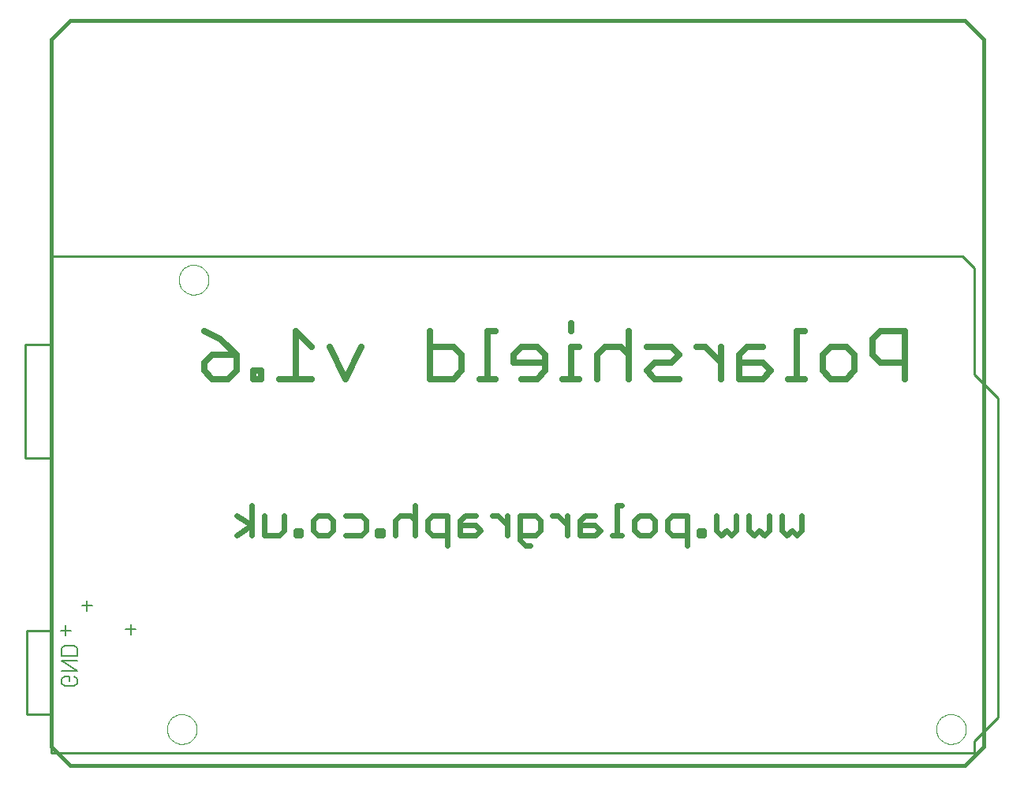
<source format=gbo>
G75*
G70*
%OFA0B0*%
%FSLAX24Y24*%
%IPPOS*%
%LPD*%
%AMOC8*
5,1,8,0,0,1.08239X$1,22.5*
%
%ADD10C,0.0160*%
%ADD11C,0.0280*%
%ADD12C,0.0230*%
%ADD13C,0.0060*%
%ADD14C,0.0100*%
%ADD15C,0.0000*%
D10*
X003160Y001147D02*
X003947Y000359D01*
X041743Y000359D01*
X042530Y001147D01*
X042530Y031068D01*
X041743Y031855D01*
X003947Y031855D01*
X003160Y031068D01*
X003160Y001147D01*
D11*
X009953Y016704D02*
X009616Y017041D01*
X009616Y017378D01*
X009953Y017715D01*
X010964Y017715D01*
X010964Y017041D01*
X010627Y016704D01*
X009953Y016704D01*
X010964Y017715D02*
X010290Y018389D01*
X009616Y018726D01*
X011686Y017041D02*
X011686Y016704D01*
X012023Y016704D01*
X012023Y017041D01*
X011686Y017041D01*
X012793Y016704D02*
X014140Y016704D01*
X013466Y016704D02*
X013466Y018726D01*
X014140Y018052D01*
X014910Y018052D02*
X015584Y016704D01*
X016258Y018052D01*
X019146Y018052D02*
X020157Y018052D01*
X020494Y017715D01*
X020494Y017041D01*
X020157Y016704D01*
X019146Y016704D01*
X019146Y018726D01*
X021569Y018726D02*
X021569Y016704D01*
X021906Y016704D02*
X021232Y016704D01*
X022676Y017378D02*
X024023Y017378D01*
X024023Y017041D02*
X024023Y017715D01*
X023687Y018052D01*
X023013Y018052D01*
X022676Y017715D01*
X022676Y017378D01*
X023013Y016704D02*
X023687Y016704D01*
X024023Y017041D01*
X024761Y016704D02*
X025435Y016704D01*
X025098Y016704D02*
X025098Y018052D01*
X025435Y018052D01*
X025098Y018726D02*
X025098Y019063D01*
X026205Y017715D02*
X026542Y018052D01*
X027216Y018052D01*
X027553Y017715D01*
X028323Y018052D02*
X029334Y018052D01*
X029671Y017715D01*
X029334Y017378D01*
X028660Y017378D01*
X028323Y017041D01*
X028660Y016704D01*
X029671Y016704D01*
X030425Y018052D02*
X030762Y018052D01*
X031436Y017378D01*
X031436Y016704D02*
X031436Y018052D01*
X032206Y017715D02*
X032206Y016704D01*
X033217Y016704D01*
X033554Y017041D01*
X033217Y017378D01*
X032206Y017378D01*
X032206Y017715D02*
X032543Y018052D01*
X033217Y018052D01*
X034629Y018726D02*
X034629Y016704D01*
X034965Y016704D02*
X034292Y016704D01*
X035735Y017041D02*
X035735Y017715D01*
X036072Y018052D01*
X036746Y018052D01*
X037083Y017715D01*
X037083Y017041D01*
X036746Y016704D01*
X036072Y016704D01*
X035735Y017041D01*
X034965Y018726D02*
X034629Y018726D01*
X037853Y018389D02*
X037853Y017715D01*
X038190Y017378D01*
X039201Y017378D01*
X039201Y016704D02*
X039201Y018726D01*
X038190Y018726D01*
X037853Y018389D01*
X027553Y018726D02*
X027553Y016704D01*
X026205Y016704D02*
X026205Y017715D01*
X021906Y018726D02*
X021569Y018726D01*
D12*
X018512Y011359D02*
X018512Y010088D01*
X019046Y010300D02*
X019046Y010724D01*
X019258Y010936D01*
X019893Y010936D01*
X019893Y009665D01*
X019893Y010088D02*
X019258Y010088D01*
X019046Y010300D01*
X018512Y010724D02*
X018300Y010936D01*
X017877Y010936D01*
X017665Y010724D01*
X017665Y010088D01*
X017131Y010088D02*
X016919Y010088D01*
X016919Y010300D01*
X017131Y010300D01*
X017131Y010088D01*
X016440Y010300D02*
X016440Y010724D01*
X016228Y010936D01*
X015593Y010936D01*
X015059Y010724D02*
X015059Y010300D01*
X014847Y010088D01*
X014424Y010088D01*
X014212Y010300D01*
X014212Y010724D01*
X014424Y010936D01*
X014847Y010936D01*
X015059Y010724D01*
X015593Y010088D02*
X016228Y010088D01*
X016440Y010300D01*
X013678Y010300D02*
X013466Y010300D01*
X013466Y010088D01*
X013678Y010088D01*
X013678Y010300D01*
X012987Y010300D02*
X012775Y010088D01*
X012140Y010088D01*
X012140Y010936D01*
X011606Y011359D02*
X011606Y010088D01*
X011606Y010512D02*
X010971Y010936D01*
X011606Y010512D02*
X010971Y010088D01*
X012987Y010300D02*
X012987Y010936D01*
X020427Y010724D02*
X020427Y010088D01*
X021063Y010088D01*
X021274Y010300D01*
X021063Y010512D01*
X020427Y010512D01*
X020427Y010724D02*
X020639Y010936D01*
X021063Y010936D01*
X021790Y010936D02*
X022002Y010936D01*
X022425Y010512D01*
X022425Y010088D02*
X022425Y010936D01*
X022959Y010936D02*
X023595Y010936D01*
X023807Y010724D01*
X023807Y010300D01*
X023595Y010088D01*
X022959Y010088D01*
X022959Y009877D02*
X022959Y010936D01*
X022959Y009877D02*
X023171Y009665D01*
X023383Y009665D01*
X024322Y010936D02*
X024534Y010936D01*
X024958Y010512D01*
X024958Y010088D02*
X024958Y010936D01*
X025491Y010724D02*
X025491Y010088D01*
X026127Y010088D01*
X026339Y010300D01*
X026127Y010512D01*
X025491Y010512D01*
X025491Y010724D02*
X025703Y010936D01*
X026127Y010936D01*
X026836Y010088D02*
X027260Y010088D01*
X027048Y010088D02*
X027048Y011359D01*
X027260Y011359D01*
X027793Y010724D02*
X028005Y010936D01*
X028429Y010936D01*
X028641Y010724D01*
X028641Y010300D01*
X028429Y010088D01*
X028005Y010088D01*
X027793Y010300D01*
X027793Y010724D01*
X029175Y010724D02*
X029175Y010300D01*
X029386Y010088D01*
X030022Y010088D01*
X030501Y010088D02*
X030712Y010088D01*
X030712Y010300D01*
X030501Y010300D01*
X030501Y010088D01*
X030022Y009665D02*
X030022Y010936D01*
X029386Y010936D01*
X029175Y010724D01*
X031246Y010936D02*
X031246Y010300D01*
X031458Y010088D01*
X031670Y010300D01*
X031882Y010088D01*
X032094Y010300D01*
X032094Y010936D01*
X032627Y010936D02*
X032627Y010300D01*
X032839Y010088D01*
X033051Y010300D01*
X033263Y010088D01*
X033475Y010300D01*
X033475Y010936D01*
X034009Y010936D02*
X034009Y010300D01*
X034220Y010088D01*
X034432Y010300D01*
X034644Y010088D01*
X034856Y010300D01*
X034856Y010936D01*
D13*
X006717Y006109D02*
X006290Y006109D01*
X006504Y005896D02*
X006504Y006323D01*
X004867Y007109D02*
X004440Y007109D01*
X004654Y006896D02*
X004654Y007323D01*
X003754Y006273D02*
X003754Y005846D01*
X003540Y006059D02*
X003967Y006059D01*
X004124Y005422D02*
X003697Y005422D01*
X003590Y005315D01*
X003590Y004995D01*
X004231Y004995D01*
X004231Y005315D01*
X004124Y005422D01*
X004231Y004777D02*
X003590Y004777D01*
X004231Y004350D01*
X003590Y004350D01*
X003697Y004133D02*
X003910Y004133D01*
X003910Y003919D01*
X003697Y003706D02*
X003590Y003812D01*
X003590Y004026D01*
X003697Y004133D01*
X004124Y004133D02*
X004231Y004026D01*
X004231Y003812D01*
X004124Y003706D01*
X003697Y003706D01*
D14*
X003160Y000891D02*
X042160Y000891D01*
X042160Y001391D01*
X043160Y002391D01*
X043160Y015891D01*
X042160Y016891D01*
X042160Y021391D01*
X041660Y021891D01*
X003160Y021891D01*
X003160Y018151D01*
X002058Y018151D01*
X002058Y013347D01*
X003160Y013347D01*
X003160Y000891D01*
X003121Y002521D02*
X002105Y002521D01*
X002105Y006064D01*
X003121Y006064D01*
X003160Y013347D02*
X003160Y018151D01*
D15*
X008530Y020891D02*
X008532Y020941D01*
X008538Y020991D01*
X008548Y021040D01*
X008562Y021088D01*
X008579Y021135D01*
X008600Y021180D01*
X008625Y021224D01*
X008653Y021265D01*
X008685Y021304D01*
X008719Y021341D01*
X008756Y021375D01*
X008796Y021405D01*
X008838Y021432D01*
X008882Y021456D01*
X008928Y021477D01*
X008975Y021493D01*
X009023Y021506D01*
X009073Y021515D01*
X009122Y021520D01*
X009173Y021521D01*
X009223Y021518D01*
X009272Y021511D01*
X009321Y021500D01*
X009369Y021485D01*
X009415Y021467D01*
X009460Y021445D01*
X009503Y021419D01*
X009544Y021390D01*
X009583Y021358D01*
X009619Y021323D01*
X009651Y021285D01*
X009681Y021245D01*
X009708Y021202D01*
X009731Y021158D01*
X009750Y021112D01*
X009766Y021064D01*
X009778Y021015D01*
X009786Y020966D01*
X009790Y020916D01*
X009790Y020866D01*
X009786Y020816D01*
X009778Y020767D01*
X009766Y020718D01*
X009750Y020670D01*
X009731Y020624D01*
X009708Y020580D01*
X009681Y020537D01*
X009651Y020497D01*
X009619Y020459D01*
X009583Y020424D01*
X009544Y020392D01*
X009503Y020363D01*
X009460Y020337D01*
X009415Y020315D01*
X009369Y020297D01*
X009321Y020282D01*
X009272Y020271D01*
X009223Y020264D01*
X009173Y020261D01*
X009122Y020262D01*
X009073Y020267D01*
X009023Y020276D01*
X008975Y020289D01*
X008928Y020305D01*
X008882Y020326D01*
X008838Y020350D01*
X008796Y020377D01*
X008756Y020407D01*
X008719Y020441D01*
X008685Y020478D01*
X008653Y020517D01*
X008625Y020558D01*
X008600Y020602D01*
X008579Y020647D01*
X008562Y020694D01*
X008548Y020742D01*
X008538Y020791D01*
X008532Y020841D01*
X008530Y020891D01*
X008030Y001891D02*
X008032Y001941D01*
X008038Y001991D01*
X008048Y002040D01*
X008062Y002088D01*
X008079Y002135D01*
X008100Y002180D01*
X008125Y002224D01*
X008153Y002265D01*
X008185Y002304D01*
X008219Y002341D01*
X008256Y002375D01*
X008296Y002405D01*
X008338Y002432D01*
X008382Y002456D01*
X008428Y002477D01*
X008475Y002493D01*
X008523Y002506D01*
X008573Y002515D01*
X008622Y002520D01*
X008673Y002521D01*
X008723Y002518D01*
X008772Y002511D01*
X008821Y002500D01*
X008869Y002485D01*
X008915Y002467D01*
X008960Y002445D01*
X009003Y002419D01*
X009044Y002390D01*
X009083Y002358D01*
X009119Y002323D01*
X009151Y002285D01*
X009181Y002245D01*
X009208Y002202D01*
X009231Y002158D01*
X009250Y002112D01*
X009266Y002064D01*
X009278Y002015D01*
X009286Y001966D01*
X009290Y001916D01*
X009290Y001866D01*
X009286Y001816D01*
X009278Y001767D01*
X009266Y001718D01*
X009250Y001670D01*
X009231Y001624D01*
X009208Y001580D01*
X009181Y001537D01*
X009151Y001497D01*
X009119Y001459D01*
X009083Y001424D01*
X009044Y001392D01*
X009003Y001363D01*
X008960Y001337D01*
X008915Y001315D01*
X008869Y001297D01*
X008821Y001282D01*
X008772Y001271D01*
X008723Y001264D01*
X008673Y001261D01*
X008622Y001262D01*
X008573Y001267D01*
X008523Y001276D01*
X008475Y001289D01*
X008428Y001305D01*
X008382Y001326D01*
X008338Y001350D01*
X008296Y001377D01*
X008256Y001407D01*
X008219Y001441D01*
X008185Y001478D01*
X008153Y001517D01*
X008125Y001558D01*
X008100Y001602D01*
X008079Y001647D01*
X008062Y001694D01*
X008048Y001742D01*
X008038Y001791D01*
X008032Y001841D01*
X008030Y001891D01*
X040530Y001891D02*
X040532Y001941D01*
X040538Y001991D01*
X040548Y002040D01*
X040562Y002088D01*
X040579Y002135D01*
X040600Y002180D01*
X040625Y002224D01*
X040653Y002265D01*
X040685Y002304D01*
X040719Y002341D01*
X040756Y002375D01*
X040796Y002405D01*
X040838Y002432D01*
X040882Y002456D01*
X040928Y002477D01*
X040975Y002493D01*
X041023Y002506D01*
X041073Y002515D01*
X041122Y002520D01*
X041173Y002521D01*
X041223Y002518D01*
X041272Y002511D01*
X041321Y002500D01*
X041369Y002485D01*
X041415Y002467D01*
X041460Y002445D01*
X041503Y002419D01*
X041544Y002390D01*
X041583Y002358D01*
X041619Y002323D01*
X041651Y002285D01*
X041681Y002245D01*
X041708Y002202D01*
X041731Y002158D01*
X041750Y002112D01*
X041766Y002064D01*
X041778Y002015D01*
X041786Y001966D01*
X041790Y001916D01*
X041790Y001866D01*
X041786Y001816D01*
X041778Y001767D01*
X041766Y001718D01*
X041750Y001670D01*
X041731Y001624D01*
X041708Y001580D01*
X041681Y001537D01*
X041651Y001497D01*
X041619Y001459D01*
X041583Y001424D01*
X041544Y001392D01*
X041503Y001363D01*
X041460Y001337D01*
X041415Y001315D01*
X041369Y001297D01*
X041321Y001282D01*
X041272Y001271D01*
X041223Y001264D01*
X041173Y001261D01*
X041122Y001262D01*
X041073Y001267D01*
X041023Y001276D01*
X040975Y001289D01*
X040928Y001305D01*
X040882Y001326D01*
X040838Y001350D01*
X040796Y001377D01*
X040756Y001407D01*
X040719Y001441D01*
X040685Y001478D01*
X040653Y001517D01*
X040625Y001558D01*
X040600Y001602D01*
X040579Y001647D01*
X040562Y001694D01*
X040548Y001742D01*
X040538Y001791D01*
X040532Y001841D01*
X040530Y001891D01*
M02*

</source>
